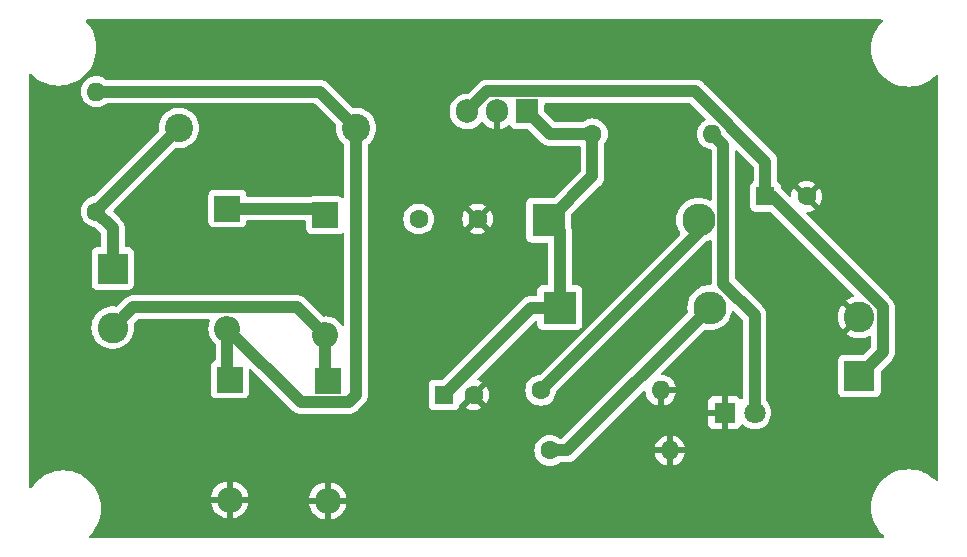
<source format=gbr>
%TF.GenerationSoftware,KiCad,Pcbnew,8.0.8*%
%TF.CreationDate,2026-02-04T08:37:40+05:30*%
%TF.ProjectId,power supply,706f7765-7220-4737-9570-706c792e6b69,rev?*%
%TF.SameCoordinates,Original*%
%TF.FileFunction,Copper,L2,Bot*%
%TF.FilePolarity,Positive*%
%FSLAX46Y46*%
G04 Gerber Fmt 4.6, Leading zero omitted, Abs format (unit mm)*
G04 Created by KiCad (PCBNEW 8.0.8) date 2026-02-04 08:37:40*
%MOMM*%
%LPD*%
G01*
G04 APERTURE LIST*
%TA.AperFunction,ComponentPad*%
%ADD10R,2.200000X2.200000*%
%TD*%
%TA.AperFunction,ComponentPad*%
%ADD11O,2.200000X2.200000*%
%TD*%
%TA.AperFunction,ComponentPad*%
%ADD12R,2.600000X2.600000*%
%TD*%
%TA.AperFunction,ComponentPad*%
%ADD13C,2.600000*%
%TD*%
%TA.AperFunction,ComponentPad*%
%ADD14C,1.600000*%
%TD*%
%TA.AperFunction,ComponentPad*%
%ADD15O,1.600000X1.600000*%
%TD*%
%TA.AperFunction,ComponentPad*%
%ADD16R,1.800000X1.800000*%
%TD*%
%TA.AperFunction,ComponentPad*%
%ADD17C,1.800000*%
%TD*%
%TA.AperFunction,ComponentPad*%
%ADD18R,2.800000X2.800000*%
%TD*%
%TA.AperFunction,ComponentPad*%
%ADD19O,2.800000X2.800000*%
%TD*%
%TA.AperFunction,ComponentPad*%
%ADD20R,1.600000X1.600000*%
%TD*%
%TA.AperFunction,ComponentPad*%
%ADD21C,2.400000*%
%TD*%
%TA.AperFunction,ComponentPad*%
%ADD22R,1.905000X2.000000*%
%TD*%
%TA.AperFunction,ComponentPad*%
%ADD23O,1.905000X2.000000*%
%TD*%
%TA.AperFunction,Conductor*%
%ADD24C,1.000000*%
%TD*%
G04 APERTURE END LIST*
D10*
%TO.P,D1,1,K*%
%TO.N,Net-(D1-K)*%
X99300000Y-120920000D03*
D11*
%TO.P,D1,2,A*%
%TO.N,Net-(D1-A)*%
X99300000Y-131080000D03*
%TD*%
D10*
%TO.P,D2,1,K*%
%TO.N,Net-(D1-A)*%
X99500000Y-135400000D03*
D11*
%TO.P,D2,2,A*%
%TO.N,GND*%
X99500000Y-145560000D03*
%TD*%
D12*
%TO.P,J1,1,Pin_1*%
%TO.N,Net-(J1-Pin_1)*%
X89600000Y-126000000D03*
D13*
%TO.P,J1,2,Pin_2*%
%TO.N,Net-(D3-A)*%
X89600000Y-131000000D03*
%TD*%
D14*
%TO.P,R1,1*%
%TO.N,Net-(J1-Pin_1)*%
X88200000Y-121180000D03*
D15*
%TO.P,R1,2*%
%TO.N,Net-(D1-A)*%
X88200000Y-111020000D03*
%TD*%
D12*
%TO.P,J2,1,Pin_1*%
%TO.N,+5V*%
X152800000Y-135100000D03*
D13*
%TO.P,J2,2,Pin_2*%
%TO.N,GND*%
X152800000Y-130100000D03*
%TD*%
D14*
%TO.P,C2,1*%
%TO.N,Net-(D1-K)*%
X115500000Y-121800000D03*
%TO.P,C2,2*%
%TO.N,GND*%
X120500000Y-121800000D03*
%TD*%
D10*
%TO.P,D3,1,K*%
%TO.N,Net-(D1-K)*%
X107600000Y-121500000D03*
D11*
%TO.P,D3,2,A*%
%TO.N,Net-(D3-A)*%
X107600000Y-131660000D03*
%TD*%
D14*
%TO.P,R2,1*%
%TO.N,Net-(D5-A)*%
X125840000Y-136300000D03*
D15*
%TO.P,R2,2*%
%TO.N,GND*%
X136000000Y-136300000D03*
%TD*%
D16*
%TO.P,D7,1,K*%
%TO.N,GND*%
X141400000Y-138200000D03*
D17*
%TO.P,D7,2,A*%
%TO.N,Net-(D7-A)*%
X143940000Y-138200000D03*
%TD*%
D18*
%TO.P,D5,1,K*%
%TO.N,Net-(D1-K)*%
X126500000Y-121900000D03*
D19*
%TO.P,D5,2,A*%
%TO.N,Net-(D5-A)*%
X139200000Y-121900000D03*
%TD*%
D20*
%TO.P,C3,1*%
%TO.N,Net-(D1-K)*%
X117647349Y-136700000D03*
D14*
%TO.P,C3,2*%
%TO.N,GND*%
X120147349Y-136700000D03*
%TD*%
D21*
%TO.P,C1,1*%
%TO.N,Net-(J1-Pin_1)*%
X95200000Y-114100000D03*
%TO.P,C1,2*%
%TO.N,Net-(D1-A)*%
X110200000Y-114100000D03*
%TD*%
D14*
%TO.P,R3,1*%
%TO.N,Net-(D6-A)*%
X126600000Y-141400000D03*
D15*
%TO.P,R3,2*%
%TO.N,GND*%
X136760000Y-141400000D03*
%TD*%
D14*
%TO.P,R4,1*%
%TO.N,Net-(D1-K)*%
X130200000Y-114600000D03*
D15*
%TO.P,R4,2*%
%TO.N,Net-(D7-A)*%
X140360000Y-114600000D03*
%TD*%
D20*
%TO.P,C4,1*%
%TO.N,+5V*%
X144847349Y-119900000D03*
D14*
%TO.P,C4,2*%
%TO.N,GND*%
X148347349Y-119900000D03*
%TD*%
D22*
%TO.P,U1,1,VI*%
%TO.N,Net-(D1-K)*%
X124680000Y-112700000D03*
D23*
%TO.P,U1,2,GND*%
%TO.N,GND*%
X122140000Y-112700000D03*
%TO.P,U1,3,VO*%
%TO.N,+5V*%
X119600000Y-112700000D03*
%TD*%
D10*
%TO.P,D4,1,K*%
%TO.N,Net-(D3-A)*%
X107800000Y-135500000D03*
D11*
%TO.P,D4,2,A*%
%TO.N,GND*%
X107800000Y-145660000D03*
%TD*%
D18*
%TO.P,D6,1,K*%
%TO.N,Net-(D1-K)*%
X127450000Y-129300000D03*
D19*
%TO.P,D6,2,A*%
%TO.N,Net-(D6-A)*%
X140150000Y-129300000D03*
%TD*%
D24*
%TO.N,Net-(D1-A)*%
X99300000Y-131080000D02*
X99300000Y-135200000D01*
X99300000Y-135200000D02*
X99500000Y-135400000D01*
X110200000Y-136700000D02*
X109600000Y-137300000D01*
X109600000Y-137300000D02*
X105520000Y-137300000D01*
X88200000Y-111020000D02*
X107120000Y-111020000D01*
X107120000Y-111020000D02*
X110200000Y-114100000D01*
X105520000Y-137300000D02*
X99300000Y-131080000D01*
X110200000Y-114100000D02*
X110200000Y-136700000D01*
%TO.N,Net-(J1-Pin_1)*%
X89600000Y-122580000D02*
X88200000Y-121180000D01*
X89600000Y-126000000D02*
X89600000Y-122580000D01*
X88200000Y-121100000D02*
X95200000Y-114100000D01*
X88200000Y-121180000D02*
X88200000Y-121100000D01*
%TO.N,Net-(D1-K)*%
X130200000Y-114600000D02*
X130200000Y-118200000D01*
X126580000Y-114600000D02*
X124680000Y-112700000D01*
X130200000Y-118200000D02*
X126500000Y-121900000D01*
X130200000Y-114600000D02*
X126580000Y-114600000D01*
X107020000Y-120920000D02*
X107600000Y-121500000D01*
X125047349Y-129300000D02*
X127450000Y-129300000D01*
X99300000Y-120920000D02*
X107020000Y-120920000D01*
X127450000Y-129300000D02*
X127450000Y-122850000D01*
X117647349Y-136700000D02*
X125047349Y-129300000D01*
X127450000Y-122850000D02*
X126500000Y-121900000D01*
%TO.N,Net-(D3-A)*%
X89600000Y-131000000D02*
X91320000Y-129280000D01*
X107600000Y-135300000D02*
X107800000Y-135500000D01*
X91320000Y-129280000D02*
X105220000Y-129280000D01*
X105220000Y-129280000D02*
X107600000Y-131660000D01*
X107600000Y-131660000D02*
X107600000Y-135300000D01*
%TO.N,Net-(D5-A)*%
X139200000Y-122940000D02*
X139200000Y-121900000D01*
X125840000Y-136300000D02*
X139200000Y-122940000D01*
%TO.N,Net-(D6-A)*%
X126600000Y-141400000D02*
X128050000Y-141400000D01*
X128050000Y-141400000D02*
X140150000Y-129300000D01*
%TO.N,Net-(D7-A)*%
X141300000Y-115540000D02*
X141300000Y-127300000D01*
X143940000Y-129940000D02*
X143940000Y-138200000D01*
X141300000Y-127300000D02*
X143940000Y-129940000D01*
X140360000Y-114600000D02*
X141300000Y-115540000D01*
%TO.N,+5V*%
X144847349Y-116947349D02*
X144847349Y-119900000D01*
X121300000Y-111000000D02*
X138900000Y-111000000D01*
X145428428Y-119900000D02*
X154800000Y-129271572D01*
X144847349Y-119900000D02*
X145428428Y-119900000D01*
X138900000Y-111000000D02*
X144847349Y-116947349D01*
X154800000Y-129271572D02*
X154800000Y-133100000D01*
X119600000Y-112700000D02*
X121300000Y-111000000D01*
X154800000Y-133100000D02*
X152800000Y-135100000D01*
%TD*%
%TA.AperFunction,Conductor*%
%TO.N,GND*%
G36*
X154736080Y-104920185D02*
G01*
X154781835Y-104972989D01*
X154791779Y-105042147D01*
X154762754Y-105105703D01*
X154751668Y-105116959D01*
X154733343Y-105133334D01*
X154493805Y-105401377D01*
X154285790Y-105694545D01*
X154111905Y-106009168D01*
X153974339Y-106341281D01*
X153874828Y-106686694D01*
X153874826Y-106686703D01*
X153814614Y-107041085D01*
X153814612Y-107041097D01*
X153794457Y-107400000D01*
X153814612Y-107758902D01*
X153814614Y-107758914D01*
X153874826Y-108113296D01*
X153874828Y-108113305D01*
X153974339Y-108458718D01*
X154111905Y-108790831D01*
X154285790Y-109105454D01*
X154422851Y-109298622D01*
X154493806Y-109398623D01*
X154733339Y-109666661D01*
X154875005Y-109793261D01*
X155001377Y-109906194D01*
X155215254Y-110057949D01*
X155294548Y-110114211D01*
X155609167Y-110288094D01*
X155941276Y-110425659D01*
X156286700Y-110525173D01*
X156641093Y-110585387D01*
X157000000Y-110605543D01*
X157358907Y-110585387D01*
X157713300Y-110525173D01*
X158058724Y-110425659D01*
X158390833Y-110288094D01*
X158705452Y-110114211D01*
X158998623Y-109906194D01*
X159266661Y-109666661D01*
X159283040Y-109648331D01*
X159342387Y-109611461D01*
X159412248Y-109612528D01*
X159470443Y-109651196D01*
X159498493Y-109715188D01*
X159499500Y-109730958D01*
X159499500Y-143869040D01*
X159479815Y-143936079D01*
X159427011Y-143981834D01*
X159357853Y-143991778D01*
X159294297Y-143962753D01*
X159283042Y-143951669D01*
X159266662Y-143933340D01*
X158998622Y-143693805D01*
X158705454Y-143485790D01*
X158390831Y-143311905D01*
X158300139Y-143274339D01*
X158058724Y-143174341D01*
X158058720Y-143174339D01*
X158058718Y-143174339D01*
X157713305Y-143074828D01*
X157713296Y-143074826D01*
X157358914Y-143014614D01*
X157358902Y-143014612D01*
X157000000Y-142994457D01*
X156641097Y-143014612D01*
X156641085Y-143014614D01*
X156286703Y-143074826D01*
X156286694Y-143074828D01*
X155941281Y-143174339D01*
X155609168Y-143311905D01*
X155294545Y-143485790D01*
X155001377Y-143693805D01*
X154733339Y-143933339D01*
X154493805Y-144201377D01*
X154285790Y-144494545D01*
X154111905Y-144809168D01*
X153974339Y-145141281D01*
X153874828Y-145486694D01*
X153874826Y-145486703D01*
X153814614Y-145841085D01*
X153814612Y-145841097D01*
X153794457Y-146200000D01*
X153814612Y-146558902D01*
X153814614Y-146558914D01*
X153874826Y-146913296D01*
X153874828Y-146913305D01*
X153974339Y-147258718D01*
X154111905Y-147590831D01*
X154285790Y-147905454D01*
X154396583Y-148061601D01*
X154493806Y-148198623D01*
X154733339Y-148466661D01*
X154863568Y-148583041D01*
X154900439Y-148642390D01*
X154899370Y-148712251D01*
X154860700Y-148770444D01*
X154796708Y-148798493D01*
X154780941Y-148799500D01*
X87730959Y-148799500D01*
X87663920Y-148779815D01*
X87618165Y-148727011D01*
X87608221Y-148657853D01*
X87637246Y-148594297D01*
X87648332Y-148583041D01*
X87653941Y-148578027D01*
X87666661Y-148566661D01*
X87906194Y-148298623D01*
X88114211Y-148005452D01*
X88288094Y-147690833D01*
X88425659Y-147358724D01*
X88525173Y-147013300D01*
X88585387Y-146658907D01*
X88605543Y-146300000D01*
X88585387Y-145941093D01*
X88525173Y-145586700D01*
X88445458Y-145309999D01*
X97914728Y-145309999D01*
X97914729Y-145310000D01*
X99009252Y-145310000D01*
X98987482Y-145347708D01*
X98950000Y-145487591D01*
X98950000Y-145632409D01*
X98987482Y-145772292D01*
X99009252Y-145810000D01*
X97914728Y-145810000D01*
X97914811Y-145811067D01*
X97973603Y-146055956D01*
X98069980Y-146288631D01*
X98201568Y-146503362D01*
X98201571Y-146503367D01*
X98365130Y-146694869D01*
X98556632Y-146858428D01*
X98556637Y-146858431D01*
X98771368Y-146990019D01*
X99004043Y-147086396D01*
X99248932Y-147145188D01*
X99249999Y-147145271D01*
X99250000Y-147145271D01*
X99250000Y-146050747D01*
X99287708Y-146072518D01*
X99427591Y-146110000D01*
X99572409Y-146110000D01*
X99712292Y-146072518D01*
X99750000Y-146050747D01*
X99750000Y-147145271D01*
X99751067Y-147145188D01*
X99995956Y-147086396D01*
X100228631Y-146990019D01*
X100443362Y-146858431D01*
X100443367Y-146858428D01*
X100634869Y-146694869D01*
X100798428Y-146503367D01*
X100798431Y-146503362D01*
X100930019Y-146288631D01*
X101026396Y-146055956D01*
X101085188Y-145811067D01*
X101085272Y-145810000D01*
X99990748Y-145810000D01*
X100012518Y-145772292D01*
X100050000Y-145632409D01*
X100050000Y-145487591D01*
X100029209Y-145409999D01*
X106214728Y-145409999D01*
X106214729Y-145410000D01*
X107309252Y-145410000D01*
X107287482Y-145447708D01*
X107250000Y-145587591D01*
X107250000Y-145732409D01*
X107287482Y-145872292D01*
X107309252Y-145910000D01*
X106214728Y-145910000D01*
X106214811Y-145911067D01*
X106273603Y-146155956D01*
X106369980Y-146388631D01*
X106501568Y-146603362D01*
X106501571Y-146603367D01*
X106665130Y-146794869D01*
X106856632Y-146958428D01*
X106856637Y-146958431D01*
X107071368Y-147090019D01*
X107304043Y-147186396D01*
X107548932Y-147245188D01*
X107549999Y-147245271D01*
X107550000Y-147245271D01*
X107550000Y-146150747D01*
X107587708Y-146172518D01*
X107727591Y-146210000D01*
X107872409Y-146210000D01*
X108012292Y-146172518D01*
X108050000Y-146150747D01*
X108050000Y-147245271D01*
X108051067Y-147245188D01*
X108295956Y-147186396D01*
X108528631Y-147090019D01*
X108743362Y-146958431D01*
X108743367Y-146958428D01*
X108934869Y-146794869D01*
X109098428Y-146603367D01*
X109098431Y-146603362D01*
X109230019Y-146388631D01*
X109326396Y-146155956D01*
X109385188Y-145911067D01*
X109385272Y-145910000D01*
X108290748Y-145910000D01*
X108312518Y-145872292D01*
X108350000Y-145732409D01*
X108350000Y-145587591D01*
X108312518Y-145447708D01*
X108290748Y-145410000D01*
X109385271Y-145410000D01*
X109385271Y-145409999D01*
X109385188Y-145408932D01*
X109326396Y-145164043D01*
X109230019Y-144931368D01*
X109098431Y-144716637D01*
X109098428Y-144716632D01*
X108934869Y-144525130D01*
X108743367Y-144361571D01*
X108743362Y-144361568D01*
X108528631Y-144229980D01*
X108295956Y-144133603D01*
X108051064Y-144074811D01*
X108050000Y-144074726D01*
X108050000Y-145169252D01*
X108012292Y-145147482D01*
X107872409Y-145110000D01*
X107727591Y-145110000D01*
X107587708Y-145147482D01*
X107550000Y-145169252D01*
X107550000Y-144074726D01*
X107548935Y-144074811D01*
X107304043Y-144133603D01*
X107071368Y-144229980D01*
X106856637Y-144361568D01*
X106856632Y-144361571D01*
X106665130Y-144525130D01*
X106501571Y-144716632D01*
X106501568Y-144716637D01*
X106369980Y-144931368D01*
X106273603Y-145164043D01*
X106214811Y-145408932D01*
X106214728Y-145409999D01*
X100029209Y-145409999D01*
X100012518Y-145347708D01*
X99990748Y-145310000D01*
X101085271Y-145310000D01*
X101085271Y-145309999D01*
X101085188Y-145308932D01*
X101026396Y-145064043D01*
X100930019Y-144831368D01*
X100798431Y-144616637D01*
X100798428Y-144616632D01*
X100634869Y-144425130D01*
X100443367Y-144261571D01*
X100443362Y-144261568D01*
X100228631Y-144129980D01*
X99995956Y-144033603D01*
X99751064Y-143974811D01*
X99750000Y-143974726D01*
X99750000Y-145069252D01*
X99712292Y-145047482D01*
X99572409Y-145010000D01*
X99427591Y-145010000D01*
X99287708Y-145047482D01*
X99250000Y-145069252D01*
X99250000Y-143974726D01*
X99248935Y-143974811D01*
X99004043Y-144033603D01*
X98771368Y-144129980D01*
X98556637Y-144261568D01*
X98556632Y-144261571D01*
X98365130Y-144425130D01*
X98201571Y-144616632D01*
X98201568Y-144616637D01*
X98069980Y-144831368D01*
X97973603Y-145064043D01*
X97914811Y-145308932D01*
X97914728Y-145309999D01*
X88445458Y-145309999D01*
X88425659Y-145241276D01*
X88288094Y-144909167D01*
X88114211Y-144594548D01*
X87906194Y-144301377D01*
X87666661Y-144033339D01*
X87398623Y-143793806D01*
X87257686Y-143693805D01*
X87105454Y-143585790D01*
X86790831Y-143411905D01*
X86549413Y-143311906D01*
X86458724Y-143274341D01*
X86458720Y-143274339D01*
X86458718Y-143274339D01*
X86113305Y-143174828D01*
X86113296Y-143174826D01*
X85758914Y-143114614D01*
X85758902Y-143114612D01*
X85400000Y-143094457D01*
X85041097Y-143114612D01*
X85041085Y-143114614D01*
X84686703Y-143174826D01*
X84686694Y-143174828D01*
X84341281Y-143274339D01*
X84009168Y-143411905D01*
X83694545Y-143585790D01*
X83401377Y-143793805D01*
X83133339Y-144033339D01*
X82893805Y-144301377D01*
X82725629Y-144538398D01*
X82670781Y-144581681D01*
X82601239Y-144588441D01*
X82539082Y-144556530D01*
X82504045Y-144496080D01*
X82500500Y-144466642D01*
X82500500Y-121179998D01*
X86894532Y-121179998D01*
X86894532Y-121180001D01*
X86914364Y-121406686D01*
X86914366Y-121406697D01*
X86973258Y-121626488D01*
X86973261Y-121626497D01*
X87069431Y-121832732D01*
X87069432Y-121832734D01*
X87199954Y-122019141D01*
X87360858Y-122180045D01*
X87360861Y-122180047D01*
X87547266Y-122310568D01*
X87753504Y-122406739D01*
X87973308Y-122465635D01*
X88035094Y-122471040D01*
X88100161Y-122496492D01*
X88111967Y-122506887D01*
X88563181Y-122958101D01*
X88596666Y-123019424D01*
X88599500Y-123045782D01*
X88599500Y-124075500D01*
X88579815Y-124142539D01*
X88527011Y-124188294D01*
X88475501Y-124199500D01*
X88252130Y-124199500D01*
X88252123Y-124199501D01*
X88192516Y-124205908D01*
X88057671Y-124256202D01*
X88057664Y-124256206D01*
X87942455Y-124342452D01*
X87942452Y-124342455D01*
X87856206Y-124457664D01*
X87856202Y-124457671D01*
X87805908Y-124592517D01*
X87799501Y-124652116D01*
X87799501Y-124652123D01*
X87799500Y-124652135D01*
X87799500Y-127347870D01*
X87799501Y-127347876D01*
X87805908Y-127407483D01*
X87856202Y-127542328D01*
X87856206Y-127542335D01*
X87942452Y-127657544D01*
X87942455Y-127657547D01*
X88057664Y-127743793D01*
X88057671Y-127743797D01*
X88192517Y-127794091D01*
X88192516Y-127794091D01*
X88199444Y-127794835D01*
X88252127Y-127800500D01*
X90947872Y-127800499D01*
X91007483Y-127794091D01*
X91142331Y-127743796D01*
X91257546Y-127657546D01*
X91343796Y-127542331D01*
X91394091Y-127407483D01*
X91400500Y-127347873D01*
X91400499Y-124652128D01*
X91394091Y-124592517D01*
X91343796Y-124457669D01*
X91343795Y-124457668D01*
X91343793Y-124457664D01*
X91257547Y-124342455D01*
X91257544Y-124342452D01*
X91142335Y-124256206D01*
X91142328Y-124256202D01*
X91007482Y-124205908D01*
X91007483Y-124205908D01*
X90947883Y-124199501D01*
X90947881Y-124199500D01*
X90947873Y-124199500D01*
X90947865Y-124199500D01*
X90724500Y-124199500D01*
X90657461Y-124179815D01*
X90611706Y-124127011D01*
X90600500Y-124075500D01*
X90600500Y-122481456D01*
X90562052Y-122288170D01*
X90562051Y-122288169D01*
X90562051Y-122288165D01*
X90551350Y-122262331D01*
X90530593Y-122212218D01*
X90513586Y-122171160D01*
X90486635Y-122106092D01*
X90486628Y-122106079D01*
X90377139Y-121942218D01*
X90377136Y-121942214D01*
X90234686Y-121799764D01*
X90234655Y-121799735D01*
X89662600Y-121227680D01*
X89629115Y-121166357D01*
X89634099Y-121096665D01*
X89662596Y-121052323D01*
X94890871Y-115824047D01*
X94952192Y-115790564D01*
X94997032Y-115789115D01*
X95036205Y-115795019D01*
X95072565Y-115800500D01*
X95327435Y-115800500D01*
X95579458Y-115762513D01*
X95823004Y-115687389D01*
X96052634Y-115576805D01*
X96263217Y-115433232D01*
X96450050Y-115259877D01*
X96608959Y-115060612D01*
X96736393Y-114839888D01*
X96829508Y-114602637D01*
X96886222Y-114354157D01*
X96900418Y-114164721D01*
X96905268Y-114100004D01*
X96905268Y-114099995D01*
X96890238Y-113899439D01*
X96886222Y-113845843D01*
X96829508Y-113597363D01*
X96736393Y-113360112D01*
X96608959Y-113139388D01*
X96450050Y-112940123D01*
X96263217Y-112766768D01*
X96052634Y-112623195D01*
X96052630Y-112623193D01*
X96052627Y-112623191D01*
X96052626Y-112623190D01*
X95823006Y-112512612D01*
X95823008Y-112512612D01*
X95579466Y-112437489D01*
X95579462Y-112437488D01*
X95579458Y-112437487D01*
X95458231Y-112419214D01*
X95327440Y-112399500D01*
X95327435Y-112399500D01*
X95072565Y-112399500D01*
X95072559Y-112399500D01*
X94915609Y-112423157D01*
X94820542Y-112437487D01*
X94820539Y-112437488D01*
X94820533Y-112437489D01*
X94576992Y-112512612D01*
X94347373Y-112623190D01*
X94347372Y-112623191D01*
X94136782Y-112766768D01*
X93949952Y-112940121D01*
X93949950Y-112940123D01*
X93791041Y-113139388D01*
X93663608Y-113360109D01*
X93570492Y-113597362D01*
X93570490Y-113597369D01*
X93513777Y-113845845D01*
X93494732Y-114099995D01*
X93494732Y-114100004D01*
X93510721Y-114313382D01*
X93496101Y-114381705D01*
X93474749Y-114410329D01*
X88020579Y-119864499D01*
X87964991Y-119896593D01*
X87753511Y-119953258D01*
X87753502Y-119953261D01*
X87547267Y-120049431D01*
X87547265Y-120049432D01*
X87360858Y-120179954D01*
X87199954Y-120340858D01*
X87069432Y-120527265D01*
X87069431Y-120527267D01*
X86973261Y-120733502D01*
X86973258Y-120733511D01*
X86914366Y-120953302D01*
X86914364Y-120953313D01*
X86894532Y-121179998D01*
X82500500Y-121179998D01*
X82500500Y-111019998D01*
X86894532Y-111019998D01*
X86894532Y-111020001D01*
X86914364Y-111246686D01*
X86914366Y-111246697D01*
X86973258Y-111466488D01*
X86973261Y-111466497D01*
X87069431Y-111672732D01*
X87069432Y-111672734D01*
X87199954Y-111859141D01*
X87360858Y-112020045D01*
X87360861Y-112020047D01*
X87547266Y-112150568D01*
X87753504Y-112246739D01*
X87973308Y-112305635D01*
X88135230Y-112319801D01*
X88199998Y-112325468D01*
X88200000Y-112325468D01*
X88200002Y-112325468D01*
X88256673Y-112320509D01*
X88426692Y-112305635D01*
X88646496Y-112246739D01*
X88852734Y-112150568D01*
X89006465Y-112042924D01*
X89072671Y-112020598D01*
X89077588Y-112020500D01*
X106654218Y-112020500D01*
X106721257Y-112040185D01*
X106741899Y-112056819D01*
X108474749Y-113789670D01*
X108508234Y-113850993D01*
X108510721Y-113886617D01*
X108494732Y-114099995D01*
X108494732Y-114100004D01*
X108513777Y-114354154D01*
X108569889Y-114599998D01*
X108570492Y-114602637D01*
X108663607Y-114839888D01*
X108791041Y-115060612D01*
X108949950Y-115259877D01*
X108949955Y-115259881D01*
X108949958Y-115259885D01*
X109136774Y-115433225D01*
X109136779Y-115433228D01*
X109136783Y-115433232D01*
X109145351Y-115439073D01*
X109189652Y-115493099D01*
X109199500Y-115541527D01*
X109199500Y-119900998D01*
X109179815Y-119968037D01*
X109127011Y-120013792D01*
X109057853Y-120023736D01*
X109001189Y-120000265D01*
X108942331Y-119956204D01*
X108942328Y-119956202D01*
X108807482Y-119905908D01*
X108807483Y-119905908D01*
X108747883Y-119899501D01*
X108747881Y-119899500D01*
X108747873Y-119899500D01*
X108747864Y-119899500D01*
X106452129Y-119899500D01*
X106452123Y-119899501D01*
X106392514Y-119905909D01*
X106377040Y-119911681D01*
X106333706Y-119919500D01*
X101024499Y-119919500D01*
X100957460Y-119899815D01*
X100911705Y-119847011D01*
X100900499Y-119795500D01*
X100900499Y-119772129D01*
X100900498Y-119772123D01*
X100900497Y-119772116D01*
X100894091Y-119712517D01*
X100879501Y-119673400D01*
X100843797Y-119577671D01*
X100843793Y-119577664D01*
X100757547Y-119462455D01*
X100757544Y-119462452D01*
X100642335Y-119376206D01*
X100642328Y-119376202D01*
X100507482Y-119325908D01*
X100507483Y-119325908D01*
X100447883Y-119319501D01*
X100447881Y-119319500D01*
X100447873Y-119319500D01*
X100447864Y-119319500D01*
X98152129Y-119319500D01*
X98152123Y-119319501D01*
X98092516Y-119325908D01*
X97957671Y-119376202D01*
X97957664Y-119376206D01*
X97842455Y-119462452D01*
X97842452Y-119462455D01*
X97756206Y-119577664D01*
X97756202Y-119577671D01*
X97705908Y-119712517D01*
X97702351Y-119745606D01*
X97699501Y-119772123D01*
X97699500Y-119772135D01*
X97699500Y-122067870D01*
X97699501Y-122067876D01*
X97705908Y-122127483D01*
X97756202Y-122262328D01*
X97756206Y-122262335D01*
X97842452Y-122377544D01*
X97842455Y-122377547D01*
X97957664Y-122463793D01*
X97957671Y-122463797D01*
X98092517Y-122514091D01*
X98092516Y-122514091D01*
X98099444Y-122514835D01*
X98152127Y-122520500D01*
X100447872Y-122520499D01*
X100507483Y-122514091D01*
X100642331Y-122463796D01*
X100757546Y-122377546D01*
X100843796Y-122262331D01*
X100894091Y-122127483D01*
X100900500Y-122067873D01*
X100900500Y-122044500D01*
X100920185Y-121977461D01*
X100972989Y-121931706D01*
X101024500Y-121920500D01*
X105875501Y-121920500D01*
X105942540Y-121940185D01*
X105988295Y-121992989D01*
X105999501Y-122044500D01*
X105999501Y-122647876D01*
X106005908Y-122707483D01*
X106056202Y-122842328D01*
X106056206Y-122842335D01*
X106142452Y-122957544D01*
X106142455Y-122957547D01*
X106257664Y-123043793D01*
X106257671Y-123043797D01*
X106392517Y-123094091D01*
X106392516Y-123094091D01*
X106399444Y-123094835D01*
X106452127Y-123100500D01*
X108747872Y-123100499D01*
X108807483Y-123094091D01*
X108942331Y-123043796D01*
X109001189Y-122999734D01*
X109066652Y-122975317D01*
X109134925Y-122990168D01*
X109184331Y-123039573D01*
X109199500Y-123099001D01*
X109199500Y-130767308D01*
X109179815Y-130834347D01*
X109127011Y-130880102D01*
X109057853Y-130890046D01*
X108994297Y-130861021D01*
X108969773Y-130832098D01*
X108898839Y-130716346D01*
X108898838Y-130716343D01*
X108785711Y-130583889D01*
X108735224Y-130524776D01*
X108584386Y-130395948D01*
X108543656Y-130361161D01*
X108543653Y-130361160D01*
X108328859Y-130229533D01*
X108096110Y-130133126D01*
X107851151Y-130074317D01*
X107662787Y-130059492D01*
X107600000Y-130054551D01*
X107599999Y-130054551D01*
X107539542Y-130059309D01*
X107480359Y-130063966D01*
X107411983Y-130049603D01*
X107382950Y-130028030D01*
X106004209Y-128649289D01*
X106004206Y-128649285D01*
X106004206Y-128649286D01*
X105997139Y-128642219D01*
X105997139Y-128642218D01*
X105857782Y-128502861D01*
X105857781Y-128502860D01*
X105857780Y-128502859D01*
X105693920Y-128393371D01*
X105693907Y-128393364D01*
X105560121Y-128337949D01*
X105560120Y-128337949D01*
X105511836Y-128317949D01*
X105511828Y-128317947D01*
X105415188Y-128298724D01*
X105318544Y-128279500D01*
X105318541Y-128279500D01*
X91418540Y-128279500D01*
X91221459Y-128279500D01*
X91221456Y-128279500D01*
X91028171Y-128317947D01*
X91028163Y-128317949D01*
X90979880Y-128337949D01*
X90979879Y-128337949D01*
X90846088Y-128393366D01*
X90694831Y-128494432D01*
X90694831Y-128494433D01*
X90686440Y-128500039D01*
X90682216Y-128502862D01*
X90682215Y-128502863D01*
X89997011Y-129188066D01*
X89935688Y-129221551D01*
X89890849Y-129223000D01*
X89734936Y-129199500D01*
X89734929Y-129199500D01*
X89465071Y-129199500D01*
X89465063Y-129199500D01*
X89198232Y-129239718D01*
X89198226Y-129239720D01*
X88940358Y-129319262D01*
X88697230Y-129436346D01*
X88474258Y-129588365D01*
X88276442Y-129771910D01*
X88108185Y-129982898D01*
X87973258Y-130216599D01*
X87973256Y-130216603D01*
X87874666Y-130467804D01*
X87874664Y-130467811D01*
X87814616Y-130730898D01*
X87794451Y-130999995D01*
X87794451Y-131000004D01*
X87814616Y-131269101D01*
X87874664Y-131532188D01*
X87874666Y-131532195D01*
X87926088Y-131663216D01*
X87973257Y-131783398D01*
X88108185Y-132017102D01*
X88244080Y-132187509D01*
X88276442Y-132228089D01*
X88409631Y-132351669D01*
X88474259Y-132411635D01*
X88697226Y-132563651D01*
X88940359Y-132680738D01*
X89198228Y-132760280D01*
X89198229Y-132760280D01*
X89198232Y-132760281D01*
X89465063Y-132800499D01*
X89465068Y-132800499D01*
X89465071Y-132800500D01*
X89465072Y-132800500D01*
X89734928Y-132800500D01*
X89734929Y-132800500D01*
X89734936Y-132800499D01*
X90001767Y-132760281D01*
X90001768Y-132760280D01*
X90001772Y-132760280D01*
X90259641Y-132680738D01*
X90502775Y-132563651D01*
X90725741Y-132411635D01*
X90923561Y-132228085D01*
X91091815Y-132017102D01*
X91226743Y-131783398D01*
X91325334Y-131532195D01*
X91385383Y-131269103D01*
X91394773Y-131143796D01*
X91405549Y-131000004D01*
X91405549Y-130999995D01*
X91385384Y-130730906D01*
X91385383Y-130730903D01*
X91385383Y-130730897D01*
X91381797Y-130715187D01*
X91386067Y-130645453D01*
X91415002Y-130599917D01*
X91698103Y-130316816D01*
X91759425Y-130283334D01*
X91785783Y-130280500D01*
X97713215Y-130280500D01*
X97780254Y-130300185D01*
X97826009Y-130352989D01*
X97835953Y-130422147D01*
X97827776Y-130451952D01*
X97773127Y-130583885D01*
X97773127Y-130583887D01*
X97714317Y-130828848D01*
X97694551Y-131080000D01*
X97714317Y-131331151D01*
X97773126Y-131576110D01*
X97869533Y-131808859D01*
X98001160Y-132023653D01*
X98001161Y-132023656D01*
X98164775Y-132215223D01*
X98164776Y-132215224D01*
X98256032Y-132293164D01*
X98294225Y-132351669D01*
X98299500Y-132387453D01*
X98299500Y-133717209D01*
X98279815Y-133784248D01*
X98227011Y-133830003D01*
X98218833Y-133833391D01*
X98157671Y-133856202D01*
X98157664Y-133856206D01*
X98042455Y-133942452D01*
X98042452Y-133942455D01*
X97956206Y-134057664D01*
X97956202Y-134057671D01*
X97905908Y-134192517D01*
X97899501Y-134252116D01*
X97899500Y-134252135D01*
X97899500Y-136547870D01*
X97899501Y-136547876D01*
X97905908Y-136607483D01*
X97956202Y-136742328D01*
X97956206Y-136742335D01*
X98042452Y-136857544D01*
X98042455Y-136857547D01*
X98157664Y-136943793D01*
X98157671Y-136943797D01*
X98292517Y-136994091D01*
X98292516Y-136994091D01*
X98299444Y-136994835D01*
X98352127Y-137000500D01*
X100647872Y-137000499D01*
X100707483Y-136994091D01*
X100842331Y-136943796D01*
X100957546Y-136857546D01*
X101043796Y-136742331D01*
X101094091Y-136607483D01*
X101100500Y-136547873D01*
X101100499Y-134594780D01*
X101120184Y-134527742D01*
X101172987Y-134481987D01*
X101242146Y-134472043D01*
X101305702Y-134501068D01*
X101312179Y-134507099D01*
X104742860Y-137937781D01*
X104742861Y-137937782D01*
X104831385Y-138026306D01*
X104882219Y-138077140D01*
X105046080Y-138186628D01*
X105046086Y-138186632D01*
X105152745Y-138230811D01*
X105228164Y-138262051D01*
X105421454Y-138300499D01*
X105421457Y-138300500D01*
X105421459Y-138300500D01*
X109698542Y-138300500D01*
X109717870Y-138296655D01*
X109795188Y-138281275D01*
X109891836Y-138262051D01*
X109945165Y-138239961D01*
X110073914Y-138186632D01*
X110237782Y-138077139D01*
X110377139Y-137937782D01*
X110377140Y-137937779D01*
X110384206Y-137930714D01*
X110384209Y-137930710D01*
X110837778Y-137477141D01*
X110837782Y-137477139D01*
X110977139Y-137337782D01*
X111086632Y-137173914D01*
X111141651Y-137041085D01*
X111155286Y-137008168D01*
X111155287Y-137008164D01*
X111162051Y-136991836D01*
X111188763Y-136857544D01*
X111191498Y-136843797D01*
X111191498Y-136843795D01*
X111191499Y-136843793D01*
X111200500Y-136798541D01*
X111200500Y-135852135D01*
X116346849Y-135852135D01*
X116346849Y-137547870D01*
X116346850Y-137547876D01*
X116353257Y-137607483D01*
X116403551Y-137742328D01*
X116403555Y-137742335D01*
X116489801Y-137857544D01*
X116489804Y-137857547D01*
X116605013Y-137943793D01*
X116605020Y-137943797D01*
X116739866Y-137994091D01*
X116739865Y-137994091D01*
X116746793Y-137994835D01*
X116799476Y-138000500D01*
X118495221Y-138000499D01*
X118554832Y-137994091D01*
X118689680Y-137943796D01*
X118804895Y-137857546D01*
X118891145Y-137742331D01*
X118941440Y-137607483D01*
X118947849Y-137547873D01*
X118947848Y-137547845D01*
X118948027Y-137544547D01*
X118949532Y-137544627D01*
X118967461Y-137483326D01*
X119020217Y-137437514D01*
X119063814Y-137429981D01*
X119747349Y-136746446D01*
X119747349Y-136752661D01*
X119774608Y-136854394D01*
X119827269Y-136945606D01*
X119901743Y-137020080D01*
X119992955Y-137072741D01*
X120094688Y-137100000D01*
X120100902Y-137100000D01*
X119421875Y-137779025D01*
X119494862Y-137830132D01*
X119494870Y-137830136D01*
X119701017Y-137926264D01*
X119701031Y-137926269D01*
X119920738Y-137985139D01*
X119920749Y-137985141D01*
X120147347Y-138004966D01*
X120147351Y-138004966D01*
X120373948Y-137985141D01*
X120373959Y-137985139D01*
X120593666Y-137926269D01*
X120593680Y-137926264D01*
X120799827Y-137830136D01*
X120872820Y-137779024D01*
X120193796Y-137100000D01*
X120200010Y-137100000D01*
X120301743Y-137072741D01*
X120392955Y-137020080D01*
X120467429Y-136945606D01*
X120520090Y-136854394D01*
X120547349Y-136752661D01*
X120547349Y-136746447D01*
X121226373Y-137425471D01*
X121277485Y-137352478D01*
X121373613Y-137146331D01*
X121373618Y-137146317D01*
X121432488Y-136926610D01*
X121432490Y-136926599D01*
X121452315Y-136700002D01*
X121452315Y-136699997D01*
X121432490Y-136473400D01*
X121432488Y-136473389D01*
X121373618Y-136253682D01*
X121373613Y-136253668D01*
X121277485Y-136047521D01*
X121277481Y-136047513D01*
X121226374Y-135974526D01*
X120547349Y-136653551D01*
X120547349Y-136647339D01*
X120520090Y-136545606D01*
X120467429Y-136454394D01*
X120392955Y-136379920D01*
X120301743Y-136327259D01*
X120200010Y-136300000D01*
X120193795Y-136300000D01*
X120872821Y-135620974D01*
X120799827Y-135569863D01*
X120593680Y-135473735D01*
X120593663Y-135473729D01*
X120560471Y-135464835D01*
X120500812Y-135428469D01*
X120470284Y-135365622D01*
X120478580Y-135296246D01*
X120504880Y-135257387D01*
X125337822Y-130424447D01*
X125399143Y-130390964D01*
X125468835Y-130395948D01*
X125524768Y-130437820D01*
X125549185Y-130503284D01*
X125549501Y-130512130D01*
X125549501Y-130747876D01*
X125555908Y-130807483D01*
X125606202Y-130942328D01*
X125606206Y-130942335D01*
X125692452Y-131057544D01*
X125692455Y-131057547D01*
X125807664Y-131143793D01*
X125807671Y-131143797D01*
X125942517Y-131194091D01*
X125942516Y-131194091D01*
X125949444Y-131194835D01*
X126002127Y-131200500D01*
X128897872Y-131200499D01*
X128957483Y-131194091D01*
X129092331Y-131143796D01*
X129207546Y-131057546D01*
X129293796Y-130942331D01*
X129344091Y-130807483D01*
X129350500Y-130747873D01*
X129350499Y-127852128D01*
X129344091Y-127792517D01*
X129325919Y-127743796D01*
X129293797Y-127657671D01*
X129293793Y-127657664D01*
X129207547Y-127542455D01*
X129207544Y-127542452D01*
X129092335Y-127456206D01*
X129092328Y-127456202D01*
X128957482Y-127405908D01*
X128957483Y-127405908D01*
X128897883Y-127399501D01*
X128897881Y-127399500D01*
X128897873Y-127399500D01*
X128897865Y-127399500D01*
X128574500Y-127399500D01*
X128507461Y-127379815D01*
X128461706Y-127327011D01*
X128450500Y-127275500D01*
X128450500Y-122751456D01*
X128412052Y-122558169D01*
X128412051Y-122558167D01*
X128412051Y-122558165D01*
X128409938Y-122553065D01*
X128400499Y-122505611D01*
X128400499Y-121465782D01*
X128420184Y-121398743D01*
X128436818Y-121378101D01*
X129621870Y-120193049D01*
X130837778Y-118977141D01*
X130837782Y-118977139D01*
X130977139Y-118837782D01*
X131086632Y-118673914D01*
X131162051Y-118491835D01*
X131200500Y-118298541D01*
X131200500Y-115477588D01*
X131220185Y-115410549D01*
X131222925Y-115406465D01*
X131330568Y-115252734D01*
X131426739Y-115046496D01*
X131485635Y-114826692D01*
X131505468Y-114600000D01*
X131485635Y-114373308D01*
X131426739Y-114153504D01*
X131330568Y-113947266D01*
X131200047Y-113760861D01*
X131200045Y-113760858D01*
X131039141Y-113599954D01*
X130852734Y-113469432D01*
X130852732Y-113469431D01*
X130646497Y-113373261D01*
X130646488Y-113373258D01*
X130426697Y-113314366D01*
X130426693Y-113314365D01*
X130426692Y-113314365D01*
X130426691Y-113314364D01*
X130426686Y-113314364D01*
X130200002Y-113294532D01*
X130199998Y-113294532D01*
X129973313Y-113314364D01*
X129973302Y-113314366D01*
X129753511Y-113373258D01*
X129753502Y-113373261D01*
X129547267Y-113469431D01*
X129547265Y-113469432D01*
X129490702Y-113509038D01*
X129413378Y-113563181D01*
X129393535Y-113577075D01*
X129327329Y-113599402D01*
X129322412Y-113599500D01*
X127045783Y-113599500D01*
X126978744Y-113579815D01*
X126958102Y-113563181D01*
X126169318Y-112774397D01*
X126135833Y-112713074D01*
X126132999Y-112686716D01*
X126132999Y-112124500D01*
X126152684Y-112057461D01*
X126205488Y-112011706D01*
X126256999Y-112000500D01*
X138434218Y-112000500D01*
X138501257Y-112020185D01*
X138521899Y-112036819D01*
X139750662Y-113265582D01*
X139784147Y-113326905D01*
X139779163Y-113396597D01*
X139737291Y-113452530D01*
X139715389Y-113465644D01*
X139707267Y-113469431D01*
X139520858Y-113599954D01*
X139359954Y-113760858D01*
X139229432Y-113947265D01*
X139229431Y-113947267D01*
X139133261Y-114153502D01*
X139133258Y-114153511D01*
X139074366Y-114373302D01*
X139074364Y-114373313D01*
X139054532Y-114599998D01*
X139054532Y-114600001D01*
X139074364Y-114826686D01*
X139074366Y-114826697D01*
X139133258Y-115046488D01*
X139133261Y-115046497D01*
X139229431Y-115252732D01*
X139229432Y-115252734D01*
X139359954Y-115439141D01*
X139520858Y-115600045D01*
X139520861Y-115600047D01*
X139707266Y-115730568D01*
X139913504Y-115826739D01*
X140133308Y-115885635D01*
X140186308Y-115890271D01*
X140251375Y-115915722D01*
X140292354Y-115972313D01*
X140299500Y-116013799D01*
X140299500Y-120126010D01*
X140279815Y-120193049D01*
X140227011Y-120238804D01*
X140157853Y-120248748D01*
X140116073Y-120234842D01*
X139991519Y-120166830D01*
X139934615Y-120145606D01*
X139736801Y-120071825D01*
X139736794Y-120071823D01*
X139736793Y-120071823D01*
X139471167Y-120014040D01*
X139471160Y-120014039D01*
X139200001Y-119994645D01*
X139199999Y-119994645D01*
X138928839Y-120014039D01*
X138928832Y-120014040D01*
X138663206Y-120071823D01*
X138663202Y-120071824D01*
X138663199Y-120071825D01*
X138535843Y-120119326D01*
X138408480Y-120166830D01*
X138169892Y-120297109D01*
X138169891Y-120297110D01*
X137952259Y-120460028D01*
X137952247Y-120460038D01*
X137760038Y-120652247D01*
X137760028Y-120652259D01*
X137597110Y-120869891D01*
X137597109Y-120869892D01*
X137466830Y-121108480D01*
X137432509Y-121200499D01*
X137371825Y-121363199D01*
X137371824Y-121363202D01*
X137371823Y-121363206D01*
X137314040Y-121628832D01*
X137314039Y-121628839D01*
X137294645Y-121899998D01*
X137294645Y-121900001D01*
X137314039Y-122171160D01*
X137314040Y-122171167D01*
X137358935Y-122377546D01*
X137371825Y-122436801D01*
X137417092Y-122558165D01*
X137466830Y-122691519D01*
X137597109Y-122930107D01*
X137597113Y-122930114D01*
X137617426Y-122957249D01*
X137641842Y-123022714D01*
X137626989Y-123090987D01*
X137605839Y-123119239D01*
X125751967Y-134973111D01*
X125690644Y-135006596D01*
X125675096Y-135008958D01*
X125613311Y-135014364D01*
X125613302Y-135014366D01*
X125393511Y-135073258D01*
X125393502Y-135073261D01*
X125187267Y-135169431D01*
X125187265Y-135169432D01*
X125000858Y-135299954D01*
X124839954Y-135460858D01*
X124709432Y-135647265D01*
X124709431Y-135647267D01*
X124613261Y-135853502D01*
X124613258Y-135853511D01*
X124554366Y-136073302D01*
X124554364Y-136073313D01*
X124534532Y-136299998D01*
X124534532Y-136300000D01*
X124554364Y-136526686D01*
X124554366Y-136526697D01*
X124613258Y-136746488D01*
X124613261Y-136746497D01*
X124709431Y-136952732D01*
X124709432Y-136952734D01*
X124839954Y-137139141D01*
X125000858Y-137300045D01*
X125000861Y-137300047D01*
X125187266Y-137430568D01*
X125393504Y-137526739D01*
X125613308Y-137585635D01*
X125775230Y-137599801D01*
X125839998Y-137605468D01*
X125840000Y-137605468D01*
X125840002Y-137605468D01*
X125896673Y-137600509D01*
X126066692Y-137585635D01*
X126286496Y-137526739D01*
X126492734Y-137430568D01*
X126679139Y-137300047D01*
X126840047Y-137139139D01*
X126970568Y-136952734D01*
X127066739Y-136746496D01*
X127125635Y-136526692D01*
X127131040Y-136464904D01*
X127156492Y-136399837D01*
X127166879Y-136388039D01*
X139830710Y-123724208D01*
X139830724Y-123724197D01*
X139861172Y-123693748D01*
X139905521Y-123665244D01*
X139991513Y-123633172D01*
X140116074Y-123565156D01*
X140184346Y-123550305D01*
X140249810Y-123574722D01*
X140291682Y-123630655D01*
X140299500Y-123673989D01*
X140299500Y-127272152D01*
X140279815Y-127339191D01*
X140227011Y-127384946D01*
X140166655Y-127395836D01*
X140150002Y-127394645D01*
X140149999Y-127394645D01*
X139878839Y-127414039D01*
X139878832Y-127414040D01*
X139613206Y-127471823D01*
X139613202Y-127471824D01*
X139613199Y-127471825D01*
X139485843Y-127519326D01*
X139358480Y-127566830D01*
X139119892Y-127697109D01*
X139119891Y-127697110D01*
X138902259Y-127860028D01*
X138902247Y-127860038D01*
X138710038Y-128052247D01*
X138710028Y-128052259D01*
X138547110Y-128269891D01*
X138547109Y-128269892D01*
X138416830Y-128508480D01*
X138370094Y-128633786D01*
X138321825Y-128763199D01*
X138321824Y-128763202D01*
X138321823Y-128763206D01*
X138264040Y-129028832D01*
X138264039Y-129028839D01*
X138244645Y-129299998D01*
X138244645Y-129300001D01*
X138264039Y-129571160D01*
X138264040Y-129571167D01*
X138285358Y-129669166D01*
X138280374Y-129738858D01*
X138251873Y-129783205D01*
X127671899Y-140363181D01*
X127610576Y-140396666D01*
X127584218Y-140399500D01*
X127477588Y-140399500D01*
X127410549Y-140379815D01*
X127406465Y-140377075D01*
X127386622Y-140363181D01*
X127252734Y-140269432D01*
X127252732Y-140269431D01*
X127046497Y-140173261D01*
X127046488Y-140173258D01*
X126826697Y-140114366D01*
X126826693Y-140114365D01*
X126826692Y-140114365D01*
X126826691Y-140114364D01*
X126826686Y-140114364D01*
X126600002Y-140094532D01*
X126599998Y-140094532D01*
X126373313Y-140114364D01*
X126373302Y-140114366D01*
X126153511Y-140173258D01*
X126153502Y-140173261D01*
X125947267Y-140269431D01*
X125947265Y-140269432D01*
X125760858Y-140399954D01*
X125599954Y-140560858D01*
X125469432Y-140747265D01*
X125469431Y-140747267D01*
X125373261Y-140953502D01*
X125373258Y-140953511D01*
X125314366Y-141173302D01*
X125314364Y-141173313D01*
X125294532Y-141399998D01*
X125294532Y-141400001D01*
X125314364Y-141626686D01*
X125314366Y-141626697D01*
X125373258Y-141846488D01*
X125373261Y-141846497D01*
X125469431Y-142052732D01*
X125469432Y-142052734D01*
X125599954Y-142239141D01*
X125760858Y-142400045D01*
X125760861Y-142400047D01*
X125947266Y-142530568D01*
X126153504Y-142626739D01*
X126373308Y-142685635D01*
X126535230Y-142699801D01*
X126599998Y-142705468D01*
X126600000Y-142705468D01*
X126600002Y-142705468D01*
X126656673Y-142700509D01*
X126826692Y-142685635D01*
X127046496Y-142626739D01*
X127252734Y-142530568D01*
X127406465Y-142422924D01*
X127472671Y-142400598D01*
X127477588Y-142400500D01*
X128148542Y-142400500D01*
X128167870Y-142396655D01*
X128245188Y-142381275D01*
X128341836Y-142362051D01*
X128395165Y-142339961D01*
X128523914Y-142286632D01*
X128687782Y-142177139D01*
X128827139Y-142037782D01*
X128827140Y-142037779D01*
X128834206Y-142030714D01*
X128834209Y-142030710D01*
X129714920Y-141149999D01*
X135481127Y-141149999D01*
X135481128Y-141150000D01*
X136444314Y-141150000D01*
X136439920Y-141154394D01*
X136387259Y-141245606D01*
X136360000Y-141347339D01*
X136360000Y-141452661D01*
X136387259Y-141554394D01*
X136439920Y-141645606D01*
X136444314Y-141650000D01*
X135481128Y-141650000D01*
X135533730Y-141846317D01*
X135533734Y-141846326D01*
X135629865Y-142052482D01*
X135760342Y-142238820D01*
X135921179Y-142399657D01*
X136107517Y-142530134D01*
X136313673Y-142626265D01*
X136313682Y-142626269D01*
X136509999Y-142678872D01*
X136510000Y-142678871D01*
X136510000Y-141715686D01*
X136514394Y-141720080D01*
X136605606Y-141772741D01*
X136707339Y-141800000D01*
X136812661Y-141800000D01*
X136914394Y-141772741D01*
X137005606Y-141720080D01*
X137010000Y-141715686D01*
X137010000Y-142678872D01*
X137206317Y-142626269D01*
X137206326Y-142626265D01*
X137412482Y-142530134D01*
X137598820Y-142399657D01*
X137759657Y-142238820D01*
X137890134Y-142052482D01*
X137986265Y-141846326D01*
X137986269Y-141846317D01*
X138038872Y-141650000D01*
X137075686Y-141650000D01*
X137080080Y-141645606D01*
X137132741Y-141554394D01*
X137160000Y-141452661D01*
X137160000Y-141347339D01*
X137132741Y-141245606D01*
X137080080Y-141154394D01*
X137075686Y-141150000D01*
X138038872Y-141150000D01*
X138038872Y-141149999D01*
X137986269Y-140953682D01*
X137986265Y-140953673D01*
X137890134Y-140747517D01*
X137759657Y-140561179D01*
X137598820Y-140400342D01*
X137412482Y-140269865D01*
X137206328Y-140173734D01*
X137010000Y-140121127D01*
X137010000Y-141084314D01*
X137005606Y-141079920D01*
X136914394Y-141027259D01*
X136812661Y-141000000D01*
X136707339Y-141000000D01*
X136605606Y-141027259D01*
X136514394Y-141079920D01*
X136510000Y-141084314D01*
X136510000Y-140121127D01*
X136313671Y-140173734D01*
X136107517Y-140269865D01*
X135921179Y-140400342D01*
X135760342Y-140561179D01*
X135629865Y-140747517D01*
X135533734Y-140953673D01*
X135533730Y-140953682D01*
X135481127Y-141149999D01*
X129714920Y-141149999D01*
X134496537Y-136368381D01*
X134557856Y-136334899D01*
X134627548Y-136339883D01*
X134683481Y-136381755D01*
X134707742Y-136445257D01*
X134714858Y-136526600D01*
X134714860Y-136526610D01*
X134773730Y-136746317D01*
X134773734Y-136746326D01*
X134869865Y-136952482D01*
X135000342Y-137138820D01*
X135161179Y-137299657D01*
X135347517Y-137430134D01*
X135553673Y-137526265D01*
X135553682Y-137526269D01*
X135749999Y-137578872D01*
X135750000Y-137578871D01*
X135750000Y-136615686D01*
X135754394Y-136620080D01*
X135845606Y-136672741D01*
X135947339Y-136700000D01*
X136052661Y-136700000D01*
X136154394Y-136672741D01*
X136245606Y-136620080D01*
X136250000Y-136615686D01*
X136250000Y-137578872D01*
X136446317Y-137526269D01*
X136446326Y-137526265D01*
X136652482Y-137430134D01*
X136838820Y-137299657D01*
X136999657Y-137138820D01*
X137130134Y-136952482D01*
X137226265Y-136746326D01*
X137226269Y-136746317D01*
X137278872Y-136550000D01*
X136315686Y-136550000D01*
X136320080Y-136545606D01*
X136372741Y-136454394D01*
X136400000Y-136352661D01*
X136400000Y-136247339D01*
X136372741Y-136145606D01*
X136320080Y-136054394D01*
X136315686Y-136050000D01*
X137278872Y-136050000D01*
X137278872Y-136049999D01*
X137226269Y-135853682D01*
X137226265Y-135853673D01*
X137130134Y-135647517D01*
X136999657Y-135461179D01*
X136838820Y-135300342D01*
X136652482Y-135169865D01*
X136446326Y-135073734D01*
X136446317Y-135073730D01*
X136226610Y-135014860D01*
X136226600Y-135014858D01*
X136145257Y-135007742D01*
X136080189Y-134982289D01*
X136039210Y-134925699D01*
X136035332Y-134855937D01*
X136068381Y-134796537D01*
X139666795Y-131198123D01*
X139728116Y-131164640D01*
X139780830Y-131164640D01*
X139878840Y-131185961D01*
X140129110Y-131203860D01*
X140149999Y-131205355D01*
X140150000Y-131205355D01*
X140150001Y-131205355D01*
X140168100Y-131204060D01*
X140421160Y-131185961D01*
X140686801Y-131128175D01*
X140941513Y-131033172D01*
X140941517Y-131033169D01*
X140941519Y-131033169D01*
X141128369Y-130931141D01*
X141180113Y-130902887D01*
X141397742Y-130739971D01*
X141589971Y-130547742D01*
X141752887Y-130330113D01*
X141878538Y-130100000D01*
X141883169Y-130091519D01*
X141883169Y-130091517D01*
X141883172Y-130091513D01*
X141978175Y-129836801D01*
X142009180Y-129694270D01*
X142042664Y-129632947D01*
X142103987Y-129599462D01*
X142173679Y-129604446D01*
X142218027Y-129632947D01*
X142903181Y-130318101D01*
X142936666Y-130379424D01*
X142939500Y-130405782D01*
X142939500Y-136947372D01*
X142919815Y-137014411D01*
X142867011Y-137060166D01*
X142797853Y-137070110D01*
X142734297Y-137041085D01*
X142716234Y-137021684D01*
X142657187Y-136942809D01*
X142542093Y-136856649D01*
X142542086Y-136856645D01*
X142407379Y-136806403D01*
X142407372Y-136806401D01*
X142347844Y-136800000D01*
X141650000Y-136800000D01*
X141650000Y-137824722D01*
X141573694Y-137780667D01*
X141459244Y-137750000D01*
X141340756Y-137750000D01*
X141226306Y-137780667D01*
X141150000Y-137824722D01*
X141150000Y-136800000D01*
X140452155Y-136800000D01*
X140392627Y-136806401D01*
X140392620Y-136806403D01*
X140257913Y-136856645D01*
X140257906Y-136856649D01*
X140142812Y-136942809D01*
X140142809Y-136942812D01*
X140056649Y-137057906D01*
X140056645Y-137057913D01*
X140006403Y-137192620D01*
X140006401Y-137192627D01*
X140000000Y-137252155D01*
X140000000Y-137950000D01*
X141024722Y-137950000D01*
X140980667Y-138026306D01*
X140950000Y-138140756D01*
X140950000Y-138259244D01*
X140980667Y-138373694D01*
X141024722Y-138450000D01*
X140000000Y-138450000D01*
X140000000Y-139147844D01*
X140006401Y-139207372D01*
X140006403Y-139207379D01*
X140056645Y-139342086D01*
X140056649Y-139342093D01*
X140142809Y-139457187D01*
X140142812Y-139457190D01*
X140257906Y-139543350D01*
X140257913Y-139543354D01*
X140392620Y-139593596D01*
X140392627Y-139593598D01*
X140452155Y-139599999D01*
X140452172Y-139600000D01*
X141150000Y-139600000D01*
X141150000Y-138575277D01*
X141226306Y-138619333D01*
X141340756Y-138650000D01*
X141459244Y-138650000D01*
X141573694Y-138619333D01*
X141650000Y-138575277D01*
X141650000Y-139600000D01*
X142347828Y-139600000D01*
X142347844Y-139599999D01*
X142407372Y-139593598D01*
X142407379Y-139593596D01*
X142542086Y-139543354D01*
X142542093Y-139543350D01*
X142657187Y-139457190D01*
X142657190Y-139457187D01*
X142743350Y-139342093D01*
X142743355Y-139342084D01*
X142772075Y-139265081D01*
X142813945Y-139209147D01*
X142879409Y-139184729D01*
X142947682Y-139199580D01*
X142979484Y-139224428D01*
X142988216Y-139233913D01*
X142988219Y-139233915D01*
X142988222Y-139233918D01*
X143171365Y-139376464D01*
X143171371Y-139376468D01*
X143171374Y-139376470D01*
X143375497Y-139486936D01*
X143489487Y-139526068D01*
X143595015Y-139562297D01*
X143595017Y-139562297D01*
X143595019Y-139562298D01*
X143823951Y-139600500D01*
X143823952Y-139600500D01*
X144056048Y-139600500D01*
X144056049Y-139600500D01*
X144284981Y-139562298D01*
X144504503Y-139486936D01*
X144708626Y-139376470D01*
X144891784Y-139233913D01*
X145048979Y-139063153D01*
X145175924Y-138868849D01*
X145269157Y-138656300D01*
X145326134Y-138431305D01*
X145338566Y-138281273D01*
X145345300Y-138200006D01*
X145345300Y-138199993D01*
X145326135Y-137968702D01*
X145326133Y-137968691D01*
X145269157Y-137743699D01*
X145175924Y-137531151D01*
X145048979Y-137336846D01*
X145048977Y-137336844D01*
X144973270Y-137254603D01*
X144942348Y-137191948D01*
X144940500Y-137170621D01*
X144940500Y-129841457D01*
X144921275Y-129744813D01*
X144921275Y-129744812D01*
X144902051Y-129648164D01*
X144862685Y-129553127D01*
X144850611Y-129523978D01*
X144826635Y-129466093D01*
X144826634Y-129466092D01*
X144826632Y-129466086D01*
X144826628Y-129466080D01*
X144717139Y-129302217D01*
X144574686Y-129159764D01*
X144574655Y-129159735D01*
X142336819Y-126921899D01*
X142303334Y-126860576D01*
X142300500Y-126834218D01*
X142300500Y-116114782D01*
X142320185Y-116047743D01*
X142372989Y-116001988D01*
X142442147Y-115992044D01*
X142505703Y-116021069D01*
X142512181Y-116027101D01*
X143810530Y-117325450D01*
X143844015Y-117386773D01*
X143846849Y-117413131D01*
X143846849Y-118562819D01*
X143827164Y-118629858D01*
X143797161Y-118662085D01*
X143689801Y-118742455D01*
X143603555Y-118857664D01*
X143603551Y-118857671D01*
X143553257Y-118992517D01*
X143546850Y-119052116D01*
X143546850Y-119052123D01*
X143546849Y-119052135D01*
X143546849Y-120747870D01*
X143546850Y-120747876D01*
X143553257Y-120807483D01*
X143603551Y-120942328D01*
X143603555Y-120942335D01*
X143689801Y-121057544D01*
X143689804Y-121057547D01*
X143805013Y-121143793D01*
X143805020Y-121143797D01*
X143939866Y-121194091D01*
X143939865Y-121194091D01*
X143946793Y-121194835D01*
X143999476Y-121200500D01*
X145262645Y-121200499D01*
X145329684Y-121220184D01*
X145350326Y-121236818D01*
X152295147Y-128181639D01*
X152328632Y-128242962D01*
X152323648Y-128312654D01*
X152281776Y-128368587D01*
X152244017Y-128387811D01*
X152140536Y-128419731D01*
X151897482Y-128536780D01*
X151897469Y-128536787D01*
X151714848Y-128661294D01*
X152552512Y-129498958D01*
X152492110Y-129523978D01*
X152385649Y-129595112D01*
X152295112Y-129685649D01*
X152223978Y-129792110D01*
X152198958Y-129852512D01*
X151362294Y-129015848D01*
X151308602Y-129083177D01*
X151173709Y-129316818D01*
X151075148Y-129567947D01*
X151075142Y-129567966D01*
X151015113Y-129830971D01*
X151015113Y-129830973D01*
X150994953Y-130099995D01*
X150994953Y-130100004D01*
X151015113Y-130369026D01*
X151015113Y-130369028D01*
X151075142Y-130632033D01*
X151075148Y-130632052D01*
X151173709Y-130883181D01*
X151173708Y-130883181D01*
X151308600Y-131116818D01*
X151362294Y-131184150D01*
X152198957Y-130347486D01*
X152223978Y-130407890D01*
X152295112Y-130514351D01*
X152385649Y-130604888D01*
X152492110Y-130676022D01*
X152552510Y-130701041D01*
X151714848Y-131538703D01*
X151897476Y-131663216D01*
X151897485Y-131663221D01*
X152140539Y-131780269D01*
X152140537Y-131780269D01*
X152398337Y-131859790D01*
X152398343Y-131859792D01*
X152665101Y-131899999D01*
X152665110Y-131900000D01*
X152934890Y-131900000D01*
X152934898Y-131899999D01*
X153201656Y-131859792D01*
X153201662Y-131859790D01*
X153459458Y-131780270D01*
X153621698Y-131702140D01*
X153690640Y-131690788D01*
X153754774Y-131718510D01*
X153793740Y-131776506D01*
X153799500Y-131813860D01*
X153799500Y-132634217D01*
X153779815Y-132701256D01*
X153763181Y-132721898D01*
X153221898Y-133263181D01*
X153160575Y-133296666D01*
X153134217Y-133299500D01*
X151452129Y-133299500D01*
X151452123Y-133299501D01*
X151392516Y-133305908D01*
X151257671Y-133356202D01*
X151257664Y-133356206D01*
X151142455Y-133442452D01*
X151142452Y-133442455D01*
X151056206Y-133557664D01*
X151056202Y-133557671D01*
X151005908Y-133692517D01*
X150999501Y-133752116D01*
X150999500Y-133752135D01*
X150999500Y-136447870D01*
X150999501Y-136447876D01*
X151005908Y-136507483D01*
X151056202Y-136642328D01*
X151056206Y-136642335D01*
X151142452Y-136757544D01*
X151142455Y-136757547D01*
X151257664Y-136843793D01*
X151257671Y-136843797D01*
X151392517Y-136894091D01*
X151392516Y-136894091D01*
X151399444Y-136894835D01*
X151452127Y-136900500D01*
X154147872Y-136900499D01*
X154207483Y-136894091D01*
X154342331Y-136843796D01*
X154457546Y-136757546D01*
X154543796Y-136642331D01*
X154594091Y-136507483D01*
X154600500Y-136447873D01*
X154600499Y-134765780D01*
X154620184Y-134698742D01*
X154636813Y-134678105D01*
X155437778Y-133877141D01*
X155437782Y-133877139D01*
X155577139Y-133737782D01*
X155686632Y-133573914D01*
X155762051Y-133391835D01*
X155800500Y-133198541D01*
X155800500Y-129173031D01*
X155771817Y-129028832D01*
X155767706Y-129008163D01*
X155762052Y-128979742D01*
X155762050Y-128979733D01*
X155739961Y-128926405D01*
X155686635Y-128797664D01*
X155686628Y-128797651D01*
X155577139Y-128633790D01*
X155577136Y-128633786D01*
X155434686Y-128491336D01*
X155434655Y-128491307D01*
X148352359Y-121409011D01*
X148318874Y-121347688D01*
X148323858Y-121277996D01*
X148365730Y-121222063D01*
X148429233Y-121197802D01*
X148573948Y-121185141D01*
X148573959Y-121185139D01*
X148793666Y-121126269D01*
X148793680Y-121126264D01*
X148999827Y-121030136D01*
X149072820Y-120979024D01*
X148393795Y-120300000D01*
X148400010Y-120300000D01*
X148501743Y-120272741D01*
X148592955Y-120220080D01*
X148667429Y-120145606D01*
X148720090Y-120054394D01*
X148747349Y-119952661D01*
X148747349Y-119946447D01*
X149426373Y-120625471D01*
X149477485Y-120552478D01*
X149573613Y-120346331D01*
X149573618Y-120346317D01*
X149632488Y-120126610D01*
X149632490Y-120126599D01*
X149652315Y-119900002D01*
X149652315Y-119899997D01*
X149632490Y-119673400D01*
X149632488Y-119673389D01*
X149573618Y-119453682D01*
X149573613Y-119453668D01*
X149477485Y-119247521D01*
X149477481Y-119247513D01*
X149426374Y-119174526D01*
X148747349Y-119853551D01*
X148747349Y-119847339D01*
X148720090Y-119745606D01*
X148667429Y-119654394D01*
X148592955Y-119579920D01*
X148501743Y-119527259D01*
X148400010Y-119500000D01*
X148393794Y-119500000D01*
X149072821Y-118820974D01*
X148999827Y-118769863D01*
X148793680Y-118673735D01*
X148793666Y-118673730D01*
X148573959Y-118614860D01*
X148573948Y-118614858D01*
X148347351Y-118595034D01*
X148347347Y-118595034D01*
X148120749Y-118614858D01*
X148120738Y-118614860D01*
X147901031Y-118673730D01*
X147901022Y-118673734D01*
X147694865Y-118769866D01*
X147694861Y-118769868D01*
X147621875Y-118820973D01*
X147621875Y-118820974D01*
X148300902Y-119500000D01*
X148294688Y-119500000D01*
X148192955Y-119527259D01*
X148101743Y-119579920D01*
X148027269Y-119654394D01*
X147974608Y-119745606D01*
X147947349Y-119847339D01*
X147947349Y-119853553D01*
X147268323Y-119174526D01*
X147268322Y-119174526D01*
X147217217Y-119247512D01*
X147217215Y-119247516D01*
X147121083Y-119453673D01*
X147121079Y-119453682D01*
X147062209Y-119673389D01*
X147062207Y-119673399D01*
X147049546Y-119818116D01*
X147024093Y-119883185D01*
X146967502Y-119924163D01*
X146897740Y-119928041D01*
X146838337Y-119894989D01*
X146209907Y-119266559D01*
X146209887Y-119266537D01*
X146184167Y-119240817D01*
X146150682Y-119179494D01*
X146147848Y-119153136D01*
X146147848Y-119052129D01*
X146147847Y-119052123D01*
X146147846Y-119052116D01*
X146141440Y-118992517D01*
X146138342Y-118984212D01*
X146091146Y-118857671D01*
X146091142Y-118857664D01*
X146004896Y-118742455D01*
X145897537Y-118662085D01*
X145855667Y-118606151D01*
X145847849Y-118562819D01*
X145847849Y-117052024D01*
X145847850Y-117052003D01*
X145847850Y-116848806D01*
X145847849Y-116848804D01*
X145809402Y-116655521D01*
X145809401Y-116655514D01*
X145733981Y-116473435D01*
X145733980Y-116473434D01*
X145733977Y-116473428D01*
X145624489Y-116309568D01*
X145624486Y-116309564D01*
X139684209Y-110369289D01*
X139684206Y-110369285D01*
X139684206Y-110369286D01*
X139677139Y-110362219D01*
X139677139Y-110362218D01*
X139537782Y-110222861D01*
X139537781Y-110222860D01*
X139537780Y-110222859D01*
X139373920Y-110113371D01*
X139373907Y-110113364D01*
X139240121Y-110057949D01*
X139240120Y-110057949D01*
X139191836Y-110037949D01*
X139191828Y-110037947D01*
X139072497Y-110014211D01*
X138998543Y-109999500D01*
X138998541Y-109999500D01*
X121201459Y-109999500D01*
X121201457Y-109999500D01*
X121127503Y-110014211D01*
X121127502Y-110014211D01*
X121008171Y-110037947D01*
X121008163Y-110037949D01*
X120959880Y-110057949D01*
X120959879Y-110057949D01*
X120826092Y-110113364D01*
X120826079Y-110113371D01*
X120662219Y-110222859D01*
X120596985Y-110288094D01*
X120522861Y-110362218D01*
X120522858Y-110362221D01*
X119721899Y-111163181D01*
X119660576Y-111196666D01*
X119634218Y-111199500D01*
X119485646Y-111199500D01*
X119410349Y-111211426D01*
X119259753Y-111235278D01*
X119259750Y-111235278D01*
X119042244Y-111305950D01*
X118838461Y-111409783D01*
X118760414Y-111466488D01*
X118653434Y-111544214D01*
X118653432Y-111544216D01*
X118653431Y-111544216D01*
X118491716Y-111705931D01*
X118491716Y-111705932D01*
X118491714Y-111705934D01*
X118433980Y-111785396D01*
X118357283Y-111890961D01*
X118253450Y-112094744D01*
X118182778Y-112312250D01*
X118182778Y-112312253D01*
X118147000Y-112538146D01*
X118147000Y-112861853D01*
X118182778Y-113087746D01*
X118182778Y-113087749D01*
X118253450Y-113305255D01*
X118328491Y-113452530D01*
X118357283Y-113509038D01*
X118491714Y-113694066D01*
X118653434Y-113855786D01*
X118838462Y-113990217D01*
X118970599Y-114057544D01*
X119042244Y-114094049D01*
X119259751Y-114164721D01*
X119259752Y-114164721D01*
X119259755Y-114164722D01*
X119485646Y-114200500D01*
X119485647Y-114200500D01*
X119714353Y-114200500D01*
X119714354Y-114200500D01*
X119940245Y-114164722D01*
X119940248Y-114164721D01*
X119940249Y-114164721D01*
X120157755Y-114094049D01*
X120157755Y-114094048D01*
X120157758Y-114094048D01*
X120361538Y-113990217D01*
X120546566Y-113855786D01*
X120708286Y-113694066D01*
X120769992Y-113609134D01*
X120825319Y-113566470D01*
X120894932Y-113560491D01*
X120956727Y-113593096D01*
X120970626Y-113609135D01*
X121032097Y-113693741D01*
X121032097Y-113693742D01*
X121193757Y-113855402D01*
X121378723Y-113989788D01*
X121582429Y-114093582D01*
X121799871Y-114164234D01*
X121890000Y-114178509D01*
X121890000Y-113190747D01*
X121927708Y-113212518D01*
X122067591Y-113250000D01*
X122212409Y-113250000D01*
X122352292Y-113212518D01*
X122390000Y-113190747D01*
X122390000Y-114178508D01*
X122480128Y-114164234D01*
X122697570Y-114093582D01*
X122901276Y-113989788D01*
X123084059Y-113856988D01*
X123149865Y-113833508D01*
X123217919Y-113849333D01*
X123266614Y-113899439D01*
X123273127Y-113913974D01*
X123283701Y-113942326D01*
X123283706Y-113942335D01*
X123369952Y-114057544D01*
X123369955Y-114057547D01*
X123485164Y-114143793D01*
X123485171Y-114143797D01*
X123620017Y-114194091D01*
X123620016Y-114194091D01*
X123626944Y-114194835D01*
X123679627Y-114200500D01*
X124714217Y-114200499D01*
X124781256Y-114220183D01*
X124801897Y-114236817D01*
X125802860Y-115237781D01*
X125802861Y-115237782D01*
X125942218Y-115377139D01*
X125942219Y-115377140D01*
X126106079Y-115486628D01*
X126106092Y-115486635D01*
X126234833Y-115539961D01*
X126277744Y-115557735D01*
X126288164Y-115562051D01*
X126384812Y-115581275D01*
X126433135Y-115590887D01*
X126481458Y-115600500D01*
X126481459Y-115600500D01*
X126481460Y-115600500D01*
X126678540Y-115600500D01*
X129075500Y-115600500D01*
X129142539Y-115620185D01*
X129188294Y-115672989D01*
X129199500Y-115724500D01*
X129199500Y-117734217D01*
X129179815Y-117801256D01*
X129163181Y-117821898D01*
X127021897Y-119963181D01*
X126960574Y-119996666D01*
X126934216Y-119999500D01*
X125052129Y-119999500D01*
X125052123Y-119999501D01*
X124992516Y-120005908D01*
X124857671Y-120056202D01*
X124857664Y-120056206D01*
X124742455Y-120142452D01*
X124742452Y-120142455D01*
X124656206Y-120257664D01*
X124656202Y-120257671D01*
X124605908Y-120392517D01*
X124599501Y-120452116D01*
X124599500Y-120452135D01*
X124599500Y-123347870D01*
X124599501Y-123347876D01*
X124605908Y-123407483D01*
X124656202Y-123542328D01*
X124656206Y-123542335D01*
X124742452Y-123657544D01*
X124742455Y-123657547D01*
X124857664Y-123743793D01*
X124857671Y-123743797D01*
X124992517Y-123794091D01*
X124992516Y-123794091D01*
X124999444Y-123794835D01*
X125052127Y-123800500D01*
X126325500Y-123800499D01*
X126392539Y-123820184D01*
X126438294Y-123872987D01*
X126449500Y-123924499D01*
X126449500Y-127275500D01*
X126429815Y-127342539D01*
X126377011Y-127388294D01*
X126325500Y-127399500D01*
X126002130Y-127399500D01*
X126002123Y-127399501D01*
X125942516Y-127405908D01*
X125807671Y-127456202D01*
X125807664Y-127456206D01*
X125692455Y-127542452D01*
X125692452Y-127542455D01*
X125606206Y-127657664D01*
X125606202Y-127657671D01*
X125555908Y-127792517D01*
X125549501Y-127852116D01*
X125549501Y-127852123D01*
X125549500Y-127852135D01*
X125549500Y-128175500D01*
X125529815Y-128242539D01*
X125477011Y-128288294D01*
X125425500Y-128299500D01*
X124948805Y-128299500D01*
X124755520Y-128337946D01*
X124755516Y-128337948D01*
X124755514Y-128337948D01*
X124755513Y-128337949D01*
X124681545Y-128368587D01*
X124680092Y-128369189D01*
X124573434Y-128413368D01*
X124573434Y-128413369D01*
X124573433Y-128413369D01*
X124409571Y-128522857D01*
X124409563Y-128522863D01*
X117569246Y-135363181D01*
X117507923Y-135396666D01*
X117481565Y-135399500D01*
X116799478Y-135399500D01*
X116799472Y-135399501D01*
X116739865Y-135405908D01*
X116605020Y-135456202D01*
X116605013Y-135456206D01*
X116489804Y-135542452D01*
X116489801Y-135542455D01*
X116403555Y-135657664D01*
X116403551Y-135657671D01*
X116353257Y-135792517D01*
X116346850Y-135852116D01*
X116346849Y-135852135D01*
X111200500Y-135852135D01*
X111200500Y-121799998D01*
X114194532Y-121799998D01*
X114194532Y-121800001D01*
X114214364Y-122026686D01*
X114214366Y-122026697D01*
X114273258Y-122246488D01*
X114273261Y-122246497D01*
X114369431Y-122452732D01*
X114369432Y-122452734D01*
X114499954Y-122639141D01*
X114660858Y-122800045D01*
X114660861Y-122800047D01*
X114847266Y-122930568D01*
X115053504Y-123026739D01*
X115273308Y-123085635D01*
X115426082Y-123099001D01*
X115499998Y-123105468D01*
X115500000Y-123105468D01*
X115500002Y-123105468D01*
X115556807Y-123100498D01*
X115726692Y-123085635D01*
X115946496Y-123026739D01*
X116152734Y-122930568D01*
X116339139Y-122800047D01*
X116500047Y-122639139D01*
X116630568Y-122452734D01*
X116726739Y-122246496D01*
X116785635Y-122026692D01*
X116805468Y-121800000D01*
X116805468Y-121799997D01*
X119195034Y-121799997D01*
X119195034Y-121800002D01*
X119214858Y-122026599D01*
X119214860Y-122026610D01*
X119273730Y-122246317D01*
X119273735Y-122246331D01*
X119369863Y-122452478D01*
X119420974Y-122525472D01*
X120100000Y-121846446D01*
X120100000Y-121852661D01*
X120127259Y-121954394D01*
X120179920Y-122045606D01*
X120254394Y-122120080D01*
X120345606Y-122172741D01*
X120447339Y-122200000D01*
X120453553Y-122200000D01*
X119774526Y-122879025D01*
X119847513Y-122930132D01*
X119847521Y-122930136D01*
X120053668Y-123026264D01*
X120053682Y-123026269D01*
X120273389Y-123085139D01*
X120273400Y-123085141D01*
X120499998Y-123104966D01*
X120500002Y-123104966D01*
X120726599Y-123085141D01*
X120726610Y-123085139D01*
X120946317Y-123026269D01*
X120946331Y-123026264D01*
X121152478Y-122930136D01*
X121225471Y-122879024D01*
X120546447Y-122200000D01*
X120552661Y-122200000D01*
X120654394Y-122172741D01*
X120745606Y-122120080D01*
X120820080Y-122045606D01*
X120872741Y-121954394D01*
X120900000Y-121852661D01*
X120900000Y-121846447D01*
X121579024Y-122525471D01*
X121630136Y-122452478D01*
X121726264Y-122246331D01*
X121726269Y-122246317D01*
X121785139Y-122026610D01*
X121785141Y-122026599D01*
X121804966Y-121800002D01*
X121804966Y-121799997D01*
X121785141Y-121573400D01*
X121785139Y-121573389D01*
X121726269Y-121353682D01*
X121726264Y-121353668D01*
X121630136Y-121147521D01*
X121630132Y-121147513D01*
X121579025Y-121074526D01*
X120900000Y-121753551D01*
X120900000Y-121747339D01*
X120872741Y-121645606D01*
X120820080Y-121554394D01*
X120745606Y-121479920D01*
X120654394Y-121427259D01*
X120552661Y-121400000D01*
X120546445Y-121400000D01*
X121225472Y-120720974D01*
X121152478Y-120669863D01*
X120946331Y-120573735D01*
X120946317Y-120573730D01*
X120726610Y-120514860D01*
X120726599Y-120514858D01*
X120500002Y-120495034D01*
X120499998Y-120495034D01*
X120273400Y-120514858D01*
X120273389Y-120514860D01*
X120053682Y-120573730D01*
X120053673Y-120573734D01*
X119847516Y-120669866D01*
X119847512Y-120669868D01*
X119774526Y-120720973D01*
X119774526Y-120720974D01*
X120453553Y-121400000D01*
X120447339Y-121400000D01*
X120345606Y-121427259D01*
X120254394Y-121479920D01*
X120179920Y-121554394D01*
X120127259Y-121645606D01*
X120100000Y-121747339D01*
X120100000Y-121753552D01*
X119420974Y-121074526D01*
X119420973Y-121074526D01*
X119369868Y-121147512D01*
X119369866Y-121147516D01*
X119273734Y-121353673D01*
X119273730Y-121353682D01*
X119214860Y-121573389D01*
X119214858Y-121573400D01*
X119195034Y-121799997D01*
X116805468Y-121799997D01*
X116805447Y-121799764D01*
X116790493Y-121628839D01*
X116785635Y-121573308D01*
X116726739Y-121353504D01*
X116630568Y-121147266D01*
X116500047Y-120960861D01*
X116500045Y-120960858D01*
X116339141Y-120799954D01*
X116152734Y-120669432D01*
X116152732Y-120669431D01*
X115946497Y-120573261D01*
X115946488Y-120573258D01*
X115726697Y-120514366D01*
X115726693Y-120514365D01*
X115726692Y-120514365D01*
X115726691Y-120514364D01*
X115726686Y-120514364D01*
X115500002Y-120494532D01*
X115499998Y-120494532D01*
X115273313Y-120514364D01*
X115273302Y-120514366D01*
X115053511Y-120573258D01*
X115053502Y-120573261D01*
X114847267Y-120669431D01*
X114847265Y-120669432D01*
X114660858Y-120799954D01*
X114499954Y-120960858D01*
X114369432Y-121147265D01*
X114369431Y-121147267D01*
X114273261Y-121353502D01*
X114273258Y-121353511D01*
X114214366Y-121573302D01*
X114214364Y-121573313D01*
X114194532Y-121799998D01*
X111200500Y-121799998D01*
X111200500Y-115541527D01*
X111220185Y-115474488D01*
X111254647Y-115439074D01*
X111263217Y-115433232D01*
X111450050Y-115259877D01*
X111608959Y-115060612D01*
X111736393Y-114839888D01*
X111829508Y-114602637D01*
X111886222Y-114354157D01*
X111900418Y-114164721D01*
X111905268Y-114100004D01*
X111905268Y-114099995D01*
X111890238Y-113899439D01*
X111886222Y-113845843D01*
X111829508Y-113597363D01*
X111736393Y-113360112D01*
X111608959Y-113139388D01*
X111450050Y-112940123D01*
X111263217Y-112766768D01*
X111052634Y-112623195D01*
X111052630Y-112623193D01*
X111052627Y-112623191D01*
X111052626Y-112623190D01*
X110823006Y-112512612D01*
X110823008Y-112512612D01*
X110579466Y-112437489D01*
X110579462Y-112437488D01*
X110579458Y-112437487D01*
X110458231Y-112419214D01*
X110327440Y-112399500D01*
X110327435Y-112399500D01*
X110072565Y-112399500D01*
X110072557Y-112399500D01*
X109997033Y-112410884D01*
X109927809Y-112401411D01*
X109890871Y-112375950D01*
X107904209Y-110389289D01*
X107904206Y-110389285D01*
X107904206Y-110389286D01*
X107897139Y-110382219D01*
X107897139Y-110382218D01*
X107757782Y-110242861D01*
X107757781Y-110242860D01*
X107757780Y-110242859D01*
X107593920Y-110133371D01*
X107593911Y-110133366D01*
X107510683Y-110098892D01*
X107465165Y-110080038D01*
X107438500Y-110068993D01*
X107411837Y-110057949D01*
X107411833Y-110057948D01*
X107311289Y-110037949D01*
X107218543Y-110019500D01*
X107218541Y-110019500D01*
X89077588Y-110019500D01*
X89010549Y-109999815D01*
X89006465Y-109997075D01*
X88852734Y-109889432D01*
X88852732Y-109889431D01*
X88646497Y-109793261D01*
X88646488Y-109793258D01*
X88426697Y-109734366D01*
X88426693Y-109734365D01*
X88426692Y-109734365D01*
X88426691Y-109734364D01*
X88426686Y-109734364D01*
X88200002Y-109714532D01*
X88199998Y-109714532D01*
X87973313Y-109734364D01*
X87973302Y-109734366D01*
X87753511Y-109793258D01*
X87753502Y-109793261D01*
X87547267Y-109889431D01*
X87547265Y-109889432D01*
X87360858Y-110019954D01*
X87199954Y-110180858D01*
X87069432Y-110367265D01*
X87069431Y-110367267D01*
X86973261Y-110573502D01*
X86973258Y-110573511D01*
X86914366Y-110793302D01*
X86914364Y-110793313D01*
X86894532Y-111019998D01*
X82500500Y-111019998D01*
X82500500Y-109630958D01*
X82520185Y-109563919D01*
X82572989Y-109518164D01*
X82642147Y-109508220D01*
X82705703Y-109537245D01*
X82716954Y-109548326D01*
X82733339Y-109566661D01*
X83001377Y-109806194D01*
X83294548Y-110014211D01*
X83609167Y-110188094D01*
X83941276Y-110325659D01*
X84286700Y-110425173D01*
X84641093Y-110485387D01*
X85000000Y-110505543D01*
X85358907Y-110485387D01*
X85713300Y-110425173D01*
X86058724Y-110325659D01*
X86390833Y-110188094D01*
X86705452Y-110014211D01*
X86998623Y-109806194D01*
X87266661Y-109566661D01*
X87506194Y-109298623D01*
X87714211Y-109005452D01*
X87888094Y-108690833D01*
X88025659Y-108358724D01*
X88125173Y-108013300D01*
X88185387Y-107658907D01*
X88205543Y-107300000D01*
X88185387Y-106941093D01*
X88125173Y-106586700D01*
X88025659Y-106241276D01*
X87888094Y-105909167D01*
X87714211Y-105594548D01*
X87506194Y-105301377D01*
X87332600Y-105107124D01*
X87302608Y-105044023D01*
X87311492Y-104974720D01*
X87356433Y-104921223D01*
X87423164Y-104900515D01*
X87425061Y-104900500D01*
X154669041Y-104900500D01*
X154736080Y-104920185D01*
G37*
%TD.AperFunction*%
%TD*%
M02*

</source>
